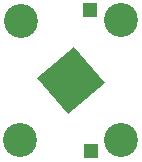
<source format=gts>
G75*
%MOIN*%
%OFA0B0*%
%FSLAX25Y25*%
%IPPOS*%
%LPD*%
%AMOC8*
5,1,8,0,0,1.08239X$1,22.5*
%
%ADD10R,0.04600X0.04600*%
%ADD11C,0.11325*%
%ADD12R,0.15991X0.15991*%
D10*
X0034212Y0006815D03*
X0033818Y0053822D03*
D11*
X0010765Y0010595D03*
X0044431Y0010477D03*
X0044195Y0050436D03*
X0011001Y0050317D03*
D12*
G36*
X0028701Y0041660D02*
X0038979Y0029412D01*
X0026731Y0019134D01*
X0016453Y0031382D01*
X0028701Y0041660D01*
G37*
M02*

</source>
